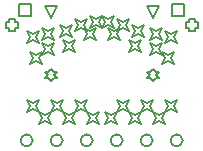
<source format=gbr>
%TF.GenerationSoftware,Altium Limited,Altium Designer,21.3.2 (30)*%
G04 Layer_Color=2752767*
%FSLAX44Y44*%
%MOMM*%
%TF.SameCoordinates,675AFF39-0D07-4396-8A84-043E8CC343DD*%
%TF.FilePolarity,Positive*%
%TF.FileFunction,Drawing*%
%TF.Part,Single*%
G01*
G75*
%TA.AperFunction,NonConductor*%
%ADD42C,0.1270*%
%ADD43C,0.1693*%
D42*
X59920Y4920D02*
Y15080D01*
X70080D01*
Y4920D01*
X59920D01*
X-70080D02*
Y15080D01*
X-59920D01*
Y4920D01*
X-70080D01*
X43600Y3960D02*
X38520Y14120D01*
X48680D01*
X43600Y3960D01*
X-42800D02*
X-47880Y14120D01*
X-37720D01*
X-42800Y3960D01*
X43400Y-49540D02*
X45940Y-47000D01*
X48480D01*
X45940Y-44460D01*
X48480Y-41920D01*
X45940D01*
X43400Y-39380D01*
X40860Y-41920D01*
X38320D01*
X40860Y-44460D01*
X38320Y-47000D01*
X40860D01*
X43400Y-49540D01*
X-43000D02*
X-40460Y-47000D01*
X-37920D01*
X-40460Y-44460D01*
X-37920Y-41920D01*
X-40460D01*
X-43000Y-39380D01*
X-45540Y-41920D01*
X-48080D01*
X-45540Y-44460D01*
X-48080Y-47000D01*
X-45540D01*
X-43000Y-49540D01*
X53340Y-76200D02*
X55880Y-71120D01*
X53340Y-66040D01*
X58420Y-68580D01*
X63500Y-66040D01*
X60960Y-71120D01*
X63500Y-76200D01*
X58420Y-73660D01*
X53340Y-76200D01*
X43180Y-86360D02*
X45720Y-81280D01*
X43180Y-76200D01*
X48260Y-78740D01*
X53340Y-76200D01*
X50800Y-81280D01*
X53340Y-86360D01*
X48260Y-83820D01*
X43180Y-86360D01*
X33020Y-76200D02*
X35560Y-71120D01*
X33020Y-66040D01*
X38100Y-68580D01*
X43180Y-66040D01*
X40640Y-71120D01*
X43180Y-76200D01*
X38100Y-73660D01*
X33020Y-76200D01*
X22860Y-86360D02*
X25400Y-81280D01*
X22860Y-76200D01*
X27940Y-78740D01*
X33020Y-76200D01*
X30480Y-81280D01*
X33020Y-86360D01*
X27940Y-83820D01*
X22860Y-86360D01*
X12700Y-76200D02*
X15240Y-71120D01*
X12700Y-66040D01*
X17780Y-68580D01*
X22860Y-66040D01*
X20320Y-71120D01*
X22860Y-76200D01*
X17780Y-73660D01*
X12700Y-76200D01*
X2540Y-86360D02*
X5080Y-81280D01*
X2540Y-76200D01*
X7620Y-78740D01*
X12700Y-76200D01*
X10160Y-81280D01*
X12700Y-86360D01*
X7620Y-83820D01*
X2540Y-86360D01*
X-12700D02*
X-10160Y-81280D01*
X-12700Y-76200D01*
X-7620Y-78740D01*
X-2540Y-76200D01*
X-5080Y-81280D01*
X-2540Y-86360D01*
X-7620Y-83820D01*
X-12700Y-86360D01*
X-22860Y-76200D02*
X-20320Y-71120D01*
X-22860Y-66040D01*
X-17780Y-68580D01*
X-12700Y-66040D01*
X-15240Y-71120D01*
X-12700Y-76200D01*
X-17780Y-73660D01*
X-22860Y-76200D01*
X-33020Y-86360D02*
X-30480Y-81280D01*
X-33020Y-76200D01*
X-27940Y-78740D01*
X-22860Y-76200D01*
X-25400Y-81280D01*
X-22860Y-86360D01*
X-27940Y-83820D01*
X-33020Y-86360D01*
X-43180Y-76200D02*
X-40640Y-71120D01*
X-43180Y-66040D01*
X-38100Y-68580D01*
X-33020Y-66040D01*
X-35560Y-71120D01*
X-33020Y-76200D01*
X-38100Y-73660D01*
X-43180Y-76200D01*
X-53340Y-86360D02*
X-50800Y-81280D01*
X-53340Y-76200D01*
X-48260Y-78740D01*
X-43180Y-76200D01*
X-45720Y-81280D01*
X-43180Y-86360D01*
X-48260Y-83820D01*
X-53340Y-86360D01*
X-63500Y-76200D02*
X-60960Y-71120D01*
X-63500Y-66040D01*
X-58420Y-68580D01*
X-53340Y-66040D01*
X-55880Y-71120D01*
X-53340Y-76200D01*
X-58420Y-73660D01*
X-63500Y-76200D01*
X73660Y-5080D02*
Y-7620D01*
X78740D01*
Y-5080D01*
X81280D01*
Y0D01*
X78740D01*
Y2540D01*
X73660D01*
Y0D01*
X71120D01*
Y-5080D01*
X73660D01*
X-78740D02*
Y-7620D01*
X-73660D01*
Y-5080D01*
X-71120D01*
Y0D01*
X-73660D01*
Y2540D01*
X-78740D01*
Y0D01*
X-81280D01*
Y-5080D01*
X-78740D01*
X5080Y-15240D02*
X7620Y-10160D01*
X5080Y-5080D01*
X10160Y-7620D01*
X15240Y-5080D01*
X12700Y-10160D01*
X15240Y-15240D01*
X10160Y-12700D01*
X5080Y-15240D01*
X12700Y-7620D02*
X15240Y-2540D01*
X12700Y2540D01*
X17780Y0D01*
X22860Y2540D01*
X20320Y-2540D01*
X22860Y-7620D01*
X17780Y-5080D01*
X12700Y-7620D01*
X-22860D02*
X-20320Y-2540D01*
X-22860Y2540D01*
X-17780Y0D01*
X-12700Y2540D01*
X-15240Y-2540D01*
X-12700Y-7620D01*
X-17780Y-5080D01*
X-22860Y-7620D01*
X-10160Y-5080D02*
X-7620Y0D01*
X-10160Y5080D01*
X-5080Y2540D01*
X0Y5080D01*
X-2540Y0D01*
X0Y-5080D01*
X-5080Y-2540D01*
X-10160Y-5080D01*
X0D02*
X2540Y0D01*
X0Y5080D01*
X5080Y2540D01*
X10160Y5080D01*
X7620Y0D01*
X10160Y-5080D01*
X5080Y-2540D01*
X0Y-5080D01*
X-15240Y-15240D02*
X-12700Y-10160D01*
X-15240Y-5080D01*
X-10160Y-7620D01*
X-5080Y-5080D01*
X-7620Y-10160D01*
X-5080Y-15240D01*
X-10160Y-12700D01*
X-15240Y-15240D01*
X40640Y-27940D02*
X43180Y-22860D01*
X40640Y-17780D01*
X45720Y-20320D01*
X50800Y-17780D01*
X48260Y-22860D01*
X50800Y-27940D01*
X45720Y-25400D01*
X40640Y-27940D01*
X-33020Y-25400D02*
X-30480Y-20320D01*
X-33020Y-15240D01*
X-27940Y-17780D01*
X-22860Y-15240D01*
X-25400Y-20320D01*
X-22860Y-25400D01*
X-27940Y-22860D01*
X-33020Y-25400D01*
X22860D02*
X25400Y-20320D01*
X22860Y-15240D01*
X27940Y-17780D01*
X33020Y-15240D01*
X30480Y-20320D01*
X33020Y-25400D01*
X27940Y-22860D01*
X22860Y-25400D01*
X-50800Y-15240D02*
X-48260Y-10160D01*
X-50800Y-5080D01*
X-45720Y-7620D01*
X-40640Y-5080D01*
X-43180Y-10160D01*
X-40640Y-15240D01*
X-45720Y-12700D01*
X-50800Y-15240D01*
X40640D02*
X43180Y-10160D01*
X40640Y-5080D01*
X45720Y-7620D01*
X50800Y-5080D01*
X48260Y-10160D01*
X50800Y-15240D01*
X45720Y-12700D01*
X40640Y-15240D01*
X25400Y-12700D02*
X27940Y-7620D01*
X25400Y-2540D01*
X30480Y-5080D01*
X35560Y-2540D01*
X33020Y-7620D01*
X35560Y-12700D01*
X30480Y-10160D01*
X25400Y-12700D01*
X-60960Y-35560D02*
X-58420Y-30480D01*
X-60960Y-25400D01*
X-55880Y-27940D01*
X-50800Y-25400D01*
X-53340Y-30480D01*
X-50800Y-35560D01*
X-55880Y-33020D01*
X-60960Y-35560D01*
X-50800Y-27940D02*
X-48260Y-22860D01*
X-50800Y-17780D01*
X-45720Y-20320D01*
X-40640Y-17780D01*
X-43180Y-22860D01*
X-40640Y-27940D01*
X-45720Y-25400D01*
X-50800Y-27940D01*
X50800Y-35560D02*
X53340Y-30480D01*
X50800Y-25400D01*
X55880Y-27940D01*
X60960Y-25400D01*
X58420Y-30480D01*
X60960Y-35560D01*
X55880Y-33020D01*
X50800Y-35560D01*
X-35560Y-12700D02*
X-33020Y-7620D01*
X-35560Y-2540D01*
X-30480Y-5080D01*
X-25400Y-2540D01*
X-27940Y-7620D01*
X-25400Y-12700D01*
X-30480Y-10160D01*
X-35560Y-12700D01*
X-63500Y-17780D02*
X-60960Y-12700D01*
X-63500Y-7620D01*
X-58420Y-10160D01*
X-53340Y-7620D01*
X-55880Y-12700D01*
X-53340Y-17780D01*
X-58420Y-15240D01*
X-63500Y-17780D01*
X53340D02*
X55880Y-12700D01*
X53340Y-7620D01*
X58420Y-10160D01*
X63500Y-7620D01*
X60960Y-12700D01*
X63500Y-17780D01*
X58420Y-15240D01*
X53340Y-17780D01*
D43*
X-58420Y-100000D02*
G03*
X-58420Y-100000I-5080J0D01*
G01*
X-33020D02*
G03*
X-33020Y-100000I-5080J0D01*
G01*
X-7620D02*
G03*
X-7620Y-100000I-5080J0D01*
G01*
X17780D02*
G03*
X17780Y-100000I-5080J0D01*
G01*
X43180D02*
G03*
X43180Y-100000I-5080J0D01*
G01*
X68580D02*
G03*
X68580Y-100000I-5080J0D01*
G01*
%TF.MD5,a99537a6f3d950ac69b0f3f52efc75e5*%
M02*

</source>
